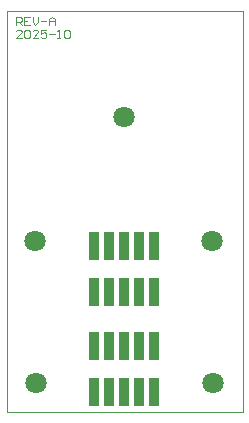
<source format=gts>
G04*
G04 #@! TF.GenerationSoftware,Altium Limited,Altium Designer,22.2.1 (43)*
G04*
G04 Layer_Color=8388736*
%FSLAX42Y42*%
%MOMM*%
G71*
G04*
G04 #@! TF.SameCoordinates,DB8E118B-81D3-46FB-BB3D-5E7861096478*
G04*
G04*
G04 #@! TF.FilePolarity,Negative*
G04*
G01*
G75*
%ADD13C,0.10*%
%ADD15C,0.12*%
%ADD16R,0.81X2.45*%
%ADD17C,1.80*%
D13*
X0Y0D02*
Y3400D01*
X2000D01*
Y0D02*
Y3400D01*
X0Y0D02*
X2000D01*
D15*
X80Y3280D02*
Y3350D01*
X115D01*
X127Y3338D01*
Y3315D01*
X115Y3303D01*
X80D01*
X103D02*
X127Y3280D01*
X197Y3350D02*
X150D01*
Y3280D01*
X197D01*
X150Y3315D02*
X173D01*
X220Y3350D02*
Y3303D01*
X243Y3280D01*
X267Y3303D01*
Y3350D01*
X290Y3315D02*
X337D01*
X360Y3280D02*
Y3327D01*
X383Y3350D01*
X407Y3327D01*
Y3280D01*
Y3315D01*
X360D01*
X127Y3170D02*
X80D01*
X127Y3217D01*
Y3228D01*
X115Y3240D01*
X92D01*
X80Y3228D01*
X150D02*
X162Y3240D01*
X185D01*
X197Y3228D01*
Y3182D01*
X185Y3170D01*
X162D01*
X150Y3182D01*
Y3228D01*
X267Y3170D02*
X220D01*
X267Y3217D01*
Y3228D01*
X255Y3240D01*
X232D01*
X220Y3228D01*
X337Y3240D02*
X290D01*
Y3205D01*
X313Y3217D01*
X325D01*
X337Y3205D01*
Y3182D01*
X325Y3170D01*
X302D01*
X290Y3182D01*
X360Y3205D02*
X407D01*
X430Y3170D02*
X453D01*
X442D01*
Y3240D01*
X430Y3228D01*
X488D02*
X500Y3240D01*
X523D01*
X535Y3228D01*
Y3182D01*
X523Y3170D01*
X500D01*
X488Y3182D01*
Y3228D01*
D16*
X1249Y1405D02*
D03*
Y1015D02*
D03*
X868Y1405D02*
D03*
Y1015D02*
D03*
X741D02*
D03*
Y1405D02*
D03*
X995Y1015D02*
D03*
Y1405D02*
D03*
X1122Y1015D02*
D03*
Y1405D02*
D03*
X1249Y565D02*
D03*
Y175D02*
D03*
X868Y565D02*
D03*
Y175D02*
D03*
X741D02*
D03*
Y565D02*
D03*
X995Y175D02*
D03*
Y565D02*
D03*
X1122Y175D02*
D03*
Y565D02*
D03*
D17*
X250Y250D02*
D03*
X1750D02*
D03*
X1740Y1450D02*
D03*
X240D02*
D03*
X996Y2500D02*
D03*
M02*

</source>
